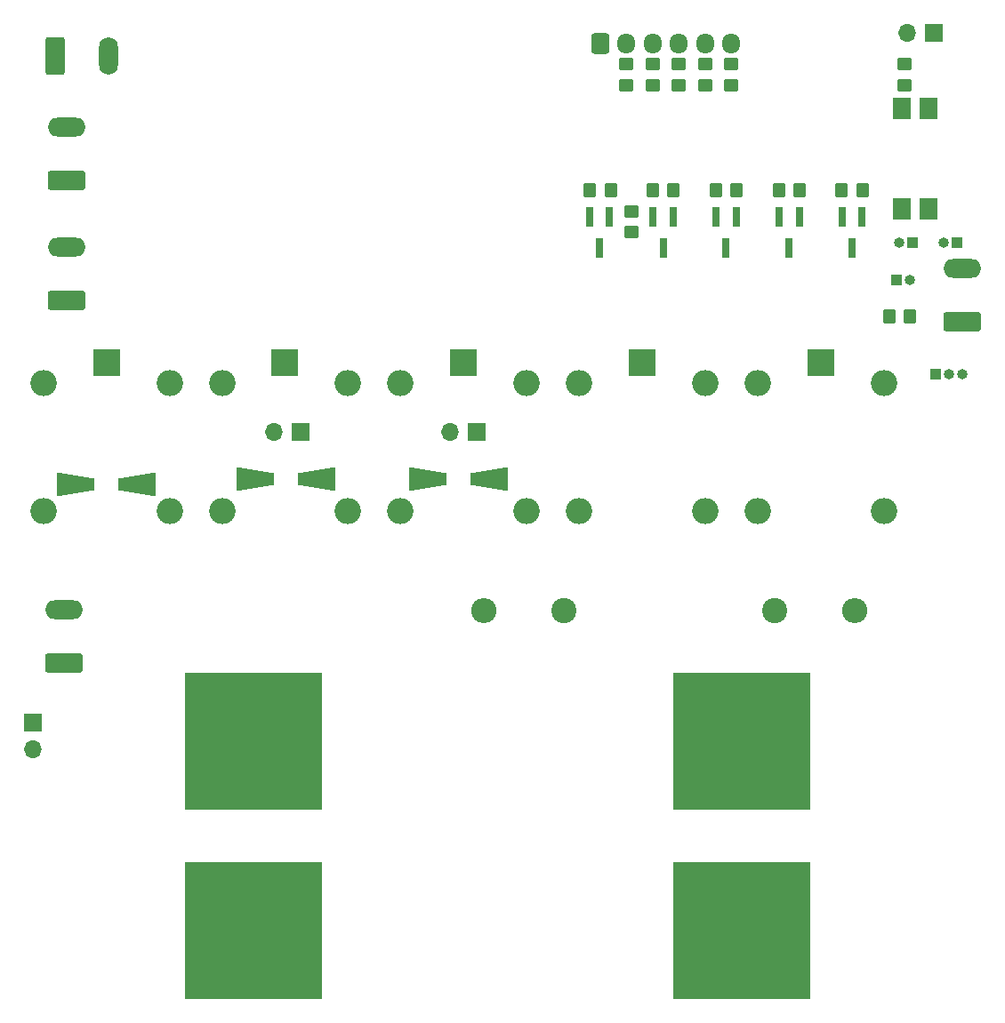
<source format=gbr>
%TF.GenerationSoftware,KiCad,Pcbnew,7.0.9*%
%TF.CreationDate,2024-06-03T12:22:40+05:30*%
%TF.ProjectId,Precharge,50726563-6861-4726-9765-2e6b69636164,rev?*%
%TF.SameCoordinates,Original*%
%TF.FileFunction,Soldermask,Bot*%
%TF.FilePolarity,Negative*%
%FSLAX46Y46*%
G04 Gerber Fmt 4.6, Leading zero omitted, Abs format (unit mm)*
G04 Created by KiCad (PCBNEW 7.0.9) date 2024-06-03 12:22:40*
%MOMM*%
%LPD*%
G01*
G04 APERTURE LIST*
G04 Aperture macros list*
%AMRoundRect*
0 Rectangle with rounded corners*
0 $1 Rounding radius*
0 $2 $3 $4 $5 $6 $7 $8 $9 X,Y pos of 4 corners*
0 Add a 4 corners polygon primitive as box body*
4,1,4,$2,$3,$4,$5,$6,$7,$8,$9,$2,$3,0*
0 Add four circle primitives for the rounded corners*
1,1,$1+$1,$2,$3*
1,1,$1+$1,$4,$5*
1,1,$1+$1,$6,$7*
1,1,$1+$1,$8,$9*
0 Add four rect primitives between the rounded corners*
20,1,$1+$1,$2,$3,$4,$5,0*
20,1,$1+$1,$4,$5,$6,$7,0*
20,1,$1+$1,$6,$7,$8,$9,0*
20,1,$1+$1,$8,$9,$2,$3,0*%
%AMOutline4P*
0 Free polygon, 4 corners , with rotation*
0 The origin of the aperture is its center*
0 number of corners: always 4*
0 $1 to $8 corner X, Y*
0 $9 Rotation angle, in degrees counterclockwise*
0 create outline with 4 corners*
4,1,4,$1,$2,$3,$4,$5,$6,$7,$8,$1,$2,$9*%
G04 Aperture macros list end*
%ADD10R,1.000000X1.000000*%
%ADD11O,1.000000X1.000000*%
%ADD12R,1.780000X2.000000*%
%ADD13RoundRect,0.250000X-0.350000X-0.450000X0.350000X-0.450000X0.350000X0.450000X-0.350000X0.450000X0*%
%ADD14RoundRect,0.250000X0.450000X-0.350000X0.450000X0.350000X-0.450000X0.350000X-0.450000X-0.350000X0*%
%ADD15RoundRect,0.250000X1.550000X-0.650000X1.550000X0.650000X-1.550000X0.650000X-1.550000X-0.650000X0*%
%ADD16O,3.600000X1.800000*%
%ADD17RoundRect,0.250000X-0.450000X0.350000X-0.450000X-0.350000X0.450000X-0.350000X0.450000X0.350000X0*%
%ADD18R,1.700000X1.700000*%
%ADD19O,1.700000X1.700000*%
%ADD20RoundRect,0.250000X-0.600000X-0.725000X0.600000X-0.725000X0.600000X0.725000X-0.600000X0.725000X0*%
%ADD21O,1.700000X1.950000*%
%ADD22R,2.500000X2.500000*%
%ADD23O,2.500000X2.500000*%
%ADD24C,2.400000*%
%ADD25O,2.400000X2.400000*%
%ADD26R,13.000000X13.000000*%
%ADD27RoundRect,0.250000X-0.650000X-1.550000X0.650000X-1.550000X0.650000X1.550000X-0.650000X1.550000X0*%
%ADD28O,1.800000X3.600000*%
%ADD29RoundRect,0.250000X0.350000X0.450000X-0.350000X0.450000X-0.350000X-0.450000X0.350000X-0.450000X0*%
%ADD30R,0.800000X1.900000*%
%ADD31Outline4P,-1.800000X-1.150000X1.800000X-0.550000X1.800000X0.550000X-1.800000X1.150000X0.000000*%
%ADD32Outline4P,-1.800000X-1.150000X1.800000X-0.550000X1.800000X0.550000X-1.800000X1.150000X180.000000*%
G04 APERTURE END LIST*
D10*
%TO.C,J14*%
X124960000Y-47500000D03*
D11*
X126230000Y-47500000D03*
X127500000Y-47500000D03*
%TD*%
D12*
%TO.C,U8*%
X121730000Y-22235000D03*
X124270000Y-22235000D03*
X124270000Y-31765000D03*
X121730000Y-31765000D03*
%TD*%
D13*
%TO.C,R17*%
X120500000Y-42000000D03*
X122500000Y-42000000D03*
%TD*%
D14*
%TO.C,R16*%
X122000000Y-20000000D03*
X122000000Y-18000000D03*
%TD*%
D15*
%TO.C,J13*%
X127500000Y-42500000D03*
D16*
X127500000Y-37420000D03*
%TD*%
D10*
%TO.C,J12*%
X122730000Y-35000000D03*
D11*
X121460000Y-35000000D03*
%TD*%
D10*
%TO.C,J11*%
X121230000Y-38500000D03*
D11*
X122500000Y-38500000D03*
%TD*%
%TO.C,J10*%
X125730000Y-35000000D03*
D10*
X127000000Y-35000000D03*
%TD*%
D17*
%TO.C,R14*%
X96000000Y-32000000D03*
X96000000Y-34000000D03*
%TD*%
D18*
%TO.C,J9*%
X124775000Y-15000000D03*
D19*
X122235000Y-15000000D03*
%TD*%
D15*
%TO.C,J4*%
X42242500Y-40522500D03*
D16*
X42242500Y-35442500D03*
%TD*%
D20*
%TO.C,J1*%
X93000000Y-16000000D03*
D21*
X95500000Y-16000000D03*
X98000000Y-16000000D03*
X100500000Y-16000000D03*
X103000000Y-16000000D03*
X105500000Y-16000000D03*
%TD*%
D22*
%TO.C,K5*%
X114000000Y-46372500D03*
D23*
X108000000Y-48372500D03*
X108000000Y-60572500D03*
X120000000Y-60572500D03*
X120000000Y-48372500D03*
%TD*%
D24*
%TO.C,R9*%
X89590000Y-70000000D03*
D25*
X81970000Y-70000000D03*
%TD*%
D26*
%TO.C,H4*%
X106500000Y-100500000D03*
%TD*%
D27*
%TO.C,J3*%
X41137500Y-17242500D03*
D28*
X46217500Y-17242500D03*
%TD*%
D15*
%TO.C,J6*%
X42000000Y-75000000D03*
D16*
X42000000Y-69920000D03*
%TD*%
D24*
%TO.C,R12*%
X109590000Y-70000000D03*
D25*
X117210000Y-70000000D03*
%TD*%
D26*
%TO.C,H3*%
X106500000Y-82500000D03*
%TD*%
D22*
%TO.C,K4*%
X97000000Y-46372500D03*
D23*
X91000000Y-48372500D03*
X91000000Y-60572500D03*
X103000000Y-60572500D03*
X103000000Y-48372500D03*
%TD*%
D15*
%TO.C,J2*%
X42242500Y-29022500D03*
D16*
X42242500Y-23942500D03*
%TD*%
D22*
%TO.C,K1*%
X46000000Y-46372500D03*
D23*
X40000000Y-48372500D03*
X40000000Y-60572500D03*
X52000000Y-60572500D03*
X52000000Y-48372500D03*
%TD*%
D26*
%TO.C,H1*%
X60000000Y-82500000D03*
%TD*%
D22*
%TO.C,K3*%
X80000000Y-46372500D03*
D23*
X74000000Y-48372500D03*
X74000000Y-60572500D03*
X86000000Y-60572500D03*
X86000000Y-48372500D03*
%TD*%
D22*
%TO.C,K2*%
X63000000Y-46372500D03*
D23*
X57000000Y-48372500D03*
X57000000Y-60572500D03*
X69000000Y-60572500D03*
X69000000Y-48372500D03*
%TD*%
D18*
%TO.C,J8*%
X39000000Y-80725000D03*
D19*
X39000000Y-83265000D03*
%TD*%
D26*
%TO.C,H2*%
X60000000Y-100500000D03*
%TD*%
D29*
%TO.C,R4*%
X100000000Y-30000000D03*
X98000000Y-30000000D03*
%TD*%
D30*
%TO.C,Q5*%
X116050000Y-32500000D03*
X117950000Y-32500000D03*
X117000000Y-35500000D03*
%TD*%
D18*
%TO.C,J7*%
X81275000Y-53000000D03*
D19*
X78735000Y-53000000D03*
%TD*%
D29*
%TO.C,R6*%
X106000000Y-30000000D03*
X104000000Y-30000000D03*
%TD*%
%TO.C,R2*%
X94000000Y-30000000D03*
X92000000Y-30000000D03*
%TD*%
D30*
%TO.C,Q1*%
X92000000Y-32500000D03*
X93900000Y-32500000D03*
X92950000Y-35500000D03*
%TD*%
%TO.C,Q4*%
X110050000Y-32500000D03*
X111950000Y-32500000D03*
X111000000Y-35500000D03*
%TD*%
D17*
%TO.C,R3*%
X98000000Y-18000000D03*
X98000000Y-20000000D03*
%TD*%
D18*
%TO.C,J5*%
X64500000Y-53000000D03*
D19*
X61960000Y-53000000D03*
%TD*%
D31*
%TO.C,D6*%
X76600000Y-57500000D03*
D32*
X82400000Y-57500000D03*
%TD*%
D17*
%TO.C,R5*%
X100500000Y-18000000D03*
X100500000Y-20000000D03*
%TD*%
%TO.C,R10*%
X105500000Y-18000000D03*
X105500000Y-20000000D03*
%TD*%
D31*
%TO.C,D3*%
X43100000Y-58000000D03*
D32*
X48900000Y-58000000D03*
%TD*%
D31*
%TO.C,D4*%
X60200000Y-57500000D03*
D32*
X66000000Y-57500000D03*
%TD*%
D17*
%TO.C,R7*%
X103000000Y-18000000D03*
X103000000Y-20000000D03*
%TD*%
D30*
%TO.C,Q2*%
X98050000Y-32500000D03*
X99950000Y-32500000D03*
X99000000Y-35500000D03*
%TD*%
D29*
%TO.C,R11*%
X118000000Y-30000000D03*
X116000000Y-30000000D03*
%TD*%
D30*
%TO.C,Q3*%
X104050000Y-32500000D03*
X105950000Y-32500000D03*
X105000000Y-35500000D03*
%TD*%
D29*
%TO.C,R8*%
X112000000Y-30000000D03*
X110000000Y-30000000D03*
%TD*%
D17*
%TO.C,R1*%
X95500000Y-18000000D03*
X95500000Y-20000000D03*
%TD*%
M02*

</source>
